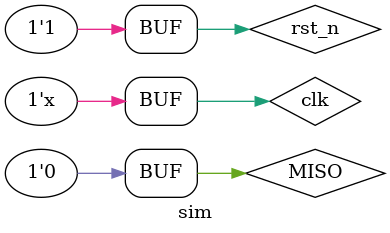
<source format=v>

`timescale 1ns/10ps
module sim;
  reg clk;
  reg rst_n;
  wire  [1:0] led;
  reg [31:0] index;
  initial begin
    clk=0;
    rst_n=1;
    // #10
    // rst_n=0;
    // #1 
    // rst_n=1;
  end
  always #1 clk=~clk;
  reg MISO=1'b0;
  wire cs,sck,MOSI;
  top_module u(  clk,rst_n, led, MISO,
	 MOSI,
	 cs,
	 sck
	);
endmodule // sim
</source>
